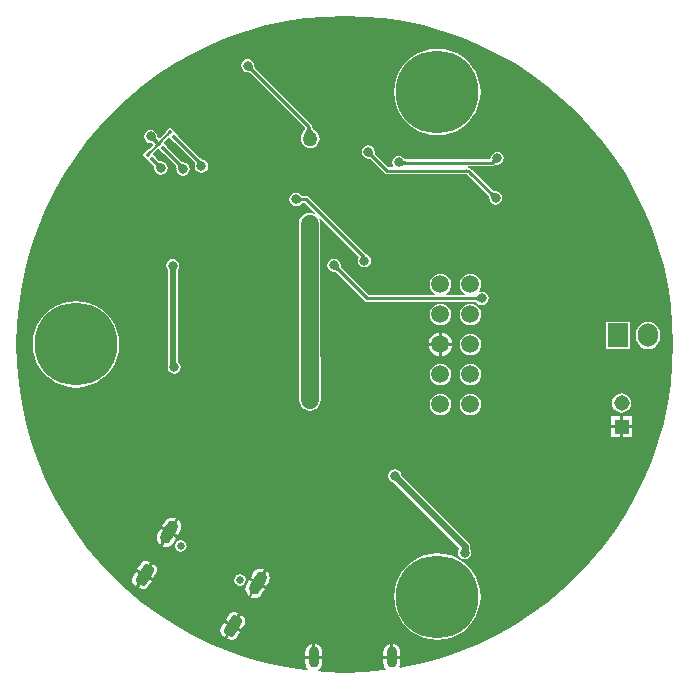
<source format=gbl>
G04*
G04 #@! TF.GenerationSoftware,Altium Limited,Altium Designer,25.1.2 (22)*
G04*
G04 Layer_Physical_Order=2*
G04 Layer_Color=16711680*
%FSLAX44Y44*%
%MOMM*%
G71*
G04*
G04 #@! TF.SameCoordinates,4DC4BC11-A5A9-46D6-A818-46A4CD50810F*
G04*
G04*
G04 #@! TF.FilePolarity,Positive*
G04*
G01*
G75*
%ADD10C,0.3000*%
%ADD11C,0.2000*%
%ADD71C,0.2500*%
%ADD76C,0.6000*%
%ADD77C,0.5000*%
%ADD85O,0.9000X1.8000*%
%ADD86C,0.6500*%
G04:AMPARAMS|DCode=87|XSize=2.1mm|YSize=1mm|CornerRadius=0mm|HoleSize=0mm|Usage=FLASHONLY|Rotation=60.000|XOffset=0mm|YOffset=0mm|HoleType=Round|Shape=Round|*
%AMOVALD87*
21,1,1.1000,1.0000,0.0000,0.0000,60.0*
1,1,1.0000,-0.2750,-0.4763*
1,1,1.0000,0.2750,0.4763*
%
%ADD87OVALD87*%

G04:AMPARAMS|DCode=88|XSize=1.8mm|YSize=1mm|CornerRadius=0.25mm|HoleSize=0mm|Usage=FLASHONLY|Rotation=60.000|XOffset=0mm|YOffset=0mm|HoleType=Round|Shape=RoundedRectangle|*
%AMROUNDEDRECTD88*
21,1,1.8000,0.5000,0,0,60.0*
21,1,1.3000,1.0000,0,0,60.0*
1,1,0.5000,0.5415,0.4379*
1,1,0.5000,-0.1085,-0.6879*
1,1,0.5000,-0.5415,-0.4379*
1,1,0.5000,0.1085,0.6879*
%
%ADD88ROUNDEDRECTD88*%
%ADD89C,7.0000*%
%ADD90O,1.7000X2.0000*%
%ADD91R,1.7000X2.0000*%
%ADD92C,1.3080*%
%ADD93R,1.3080X1.3080*%
%ADD94C,1.5000*%
%ADD95C,0.8000*%
%ADD96C,1.2700*%
G04:AMPARAMS|DCode=97|XSize=0.25mm|YSize=0.35mm|CornerRadius=0mm|HoleSize=0mm|Usage=FLASHONLY|Rotation=315.000|XOffset=0mm|YOffset=0mm|HoleType=Round|Shape=Rectangle|*
%AMROTATEDRECTD97*
4,1,4,-0.2121,-0.0354,0.0354,0.2121,0.2121,0.0354,-0.0354,-0.2121,-0.2121,-0.0354,0.0*
%
%ADD97ROTATEDRECTD97*%

%ADD98C,1.5000*%
G36*
X296784Y557469D02*
X313506Y555949D01*
X330107Y553423D01*
X346524Y549898D01*
X362699Y545389D01*
X378572Y539912D01*
X394085Y533486D01*
X409182Y526135D01*
X423807Y517887D01*
X437908Y508770D01*
X451433Y498818D01*
X464332Y488068D01*
X476559Y476559D01*
X488068Y464332D01*
X498818Y451433D01*
X508770Y437908D01*
X517887Y423807D01*
X526135Y409182D01*
X533486Y394085D01*
X539912Y378572D01*
X545389Y362699D01*
X549898Y346524D01*
X553423Y330107D01*
X555949Y313506D01*
X557469Y296784D01*
X557971Y280172D01*
X557936Y280000D01*
X557971Y279828D01*
X557469Y263216D01*
X555949Y246494D01*
X553423Y229893D01*
X549898Y213476D01*
X545389Y197301D01*
X539912Y181428D01*
X533486Y165915D01*
X526135Y150818D01*
X517887Y136193D01*
X508770Y122092D01*
X498818Y108567D01*
X488068Y95668D01*
X476559Y83441D01*
X464332Y71932D01*
X451433Y61182D01*
X437908Y51230D01*
X423807Y42113D01*
X409182Y33865D01*
X394085Y26514D01*
X378572Y20088D01*
X362699Y14611D01*
X346524Y10102D01*
X330107Y6578D01*
X326686Y6057D01*
X326041Y7243D01*
X326629Y8662D01*
X326871Y10500D01*
Y13730D01*
X319770D01*
X312669D01*
Y10500D01*
X312911Y8662D01*
X313621Y6950D01*
X314749Y5479D01*
X314811Y5431D01*
X314495Y4201D01*
X313506Y4051D01*
X296784Y2531D01*
X280172Y2029D01*
X280000Y2064D01*
X279828Y2029D01*
X263216Y2531D01*
X257501Y3051D01*
X257304Y4344D01*
X257320Y4351D01*
X258791Y5479D01*
X259919Y6950D01*
X260629Y8662D01*
X260871Y10500D01*
Y13730D01*
X253770D01*
X246669D01*
Y10500D01*
X246911Y8662D01*
X247621Y6950D01*
X248749Y5479D01*
X249278Y5073D01*
X248797Y3842D01*
X246494Y4051D01*
X229893Y6578D01*
X213476Y10102D01*
X197301Y14611D01*
X181428Y20088D01*
X165915Y26514D01*
X150818Y33865D01*
X136193Y42113D01*
X122092Y51230D01*
X108567Y61182D01*
X95668Y71932D01*
X83441Y83441D01*
X71932Y95668D01*
X61182Y108567D01*
X51230Y122092D01*
X42113Y136193D01*
X33865Y150818D01*
X26514Y165915D01*
X20088Y181428D01*
X14611Y197301D01*
X10102Y213476D01*
X6578Y229893D01*
X4051Y246494D01*
X2531Y263216D01*
X2029Y279828D01*
X2064Y280000D01*
X2029Y280172D01*
X2531Y296784D01*
X4051Y313506D01*
X6578Y330107D01*
X10102Y346524D01*
X14611Y362699D01*
X20088Y378572D01*
X26514Y394085D01*
X33865Y409182D01*
X42113Y423807D01*
X51230Y437908D01*
X61182Y451433D01*
X71932Y464332D01*
X83441Y476559D01*
X95668Y488068D01*
X108567Y498818D01*
X122092Y508770D01*
X136193Y517887D01*
X150818Y526135D01*
X165915Y533486D01*
X181428Y539912D01*
X197301Y545389D01*
X213476Y549898D01*
X229893Y553423D01*
X246494Y555949D01*
X263216Y557469D01*
X279828Y557971D01*
X280000Y557936D01*
X280172Y557971D01*
X296784Y557469D01*
D02*
G37*
%LPC*%
G36*
X358374Y530211D02*
X352643Y529760D01*
X347053Y528418D01*
X341741Y526217D01*
X336839Y523214D01*
X332468Y519480D01*
X328734Y515108D01*
X325730Y510207D01*
X323530Y504895D01*
X322188Y499305D01*
X321737Y493574D01*
X322188Y487842D01*
X323530Y482252D01*
X325730Y476941D01*
X328734Y472039D01*
X332468Y467668D01*
X336839Y463934D01*
X341741Y460930D01*
X347053Y458730D01*
X352643Y457388D01*
X358374Y456937D01*
X364105Y457388D01*
X369696Y458730D01*
X375007Y460930D01*
X379909Y463934D01*
X384280Y467668D01*
X388014Y472039D01*
X391018Y476941D01*
X393218Y482252D01*
X394560Y487842D01*
X395011Y493574D01*
X394560Y499305D01*
X393218Y504895D01*
X391018Y510207D01*
X388014Y515108D01*
X384280Y519480D01*
X379909Y523214D01*
X375007Y526217D01*
X369696Y528418D01*
X364105Y529760D01*
X358374Y530211D01*
D02*
G37*
G36*
X132207Y463599D02*
X128941Y460332D01*
X128930Y460331D01*
X128907Y460299D01*
X128836Y460228D01*
X128612Y460135D01*
X128520Y459911D01*
X128314Y459705D01*
X128295Y459688D01*
X127577Y458969D01*
X126846Y457953D01*
X123459Y454567D01*
X123282Y454497D01*
X123141Y454452D01*
X122785Y454413D01*
X122448Y454451D01*
X121652Y454839D01*
X121618Y454910D01*
X121544Y455106D01*
X121487Y455305D01*
X121446Y455513D01*
X121422Y455729D01*
X121414Y456022D01*
X121381Y456095D01*
X120969Y458169D01*
X119748Y459997D01*
X117920Y461218D01*
X115765Y461646D01*
X113610Y461218D01*
X111783Y459997D01*
X110562Y458169D01*
X110133Y456014D01*
X110562Y453859D01*
X111783Y452032D01*
X113610Y450811D01*
X115684Y450398D01*
X115757Y450365D01*
X116050Y450357D01*
X116267Y450333D01*
X116474Y450292D01*
X116673Y450235D01*
X116869Y450161D01*
X117064Y450068D01*
X117076Y450061D01*
X117218Y449929D01*
X117291Y449775D01*
X117422Y449037D01*
X117413Y448813D01*
X117298Y448414D01*
X117291Y448402D01*
X117280Y448388D01*
X114525Y445633D01*
X113510Y444902D01*
X112790Y444184D01*
X112770Y444161D01*
X112567Y443959D01*
X112344Y443866D01*
X112251Y443643D01*
X112181Y443573D01*
X112148Y443549D01*
X112147Y443538D01*
X108880Y440271D01*
X115372Y433780D01*
X115373Y433773D01*
X115390Y433761D01*
X115433Y433718D01*
X115526Y433495D01*
X115749Y433402D01*
X116692Y432459D01*
X116692Y432459D01*
X117507Y431926D01*
X117562Y431904D01*
X117750Y431784D01*
X117802Y431733D01*
X117858Y431577D01*
X118054Y431364D01*
X118185Y431194D01*
X118299Y431015D01*
X118399Y430822D01*
X118485Y430614D01*
X118558Y430387D01*
X118616Y430139D01*
X118659Y429867D01*
X118684Y429570D01*
X118692Y429199D01*
X118721Y429134D01*
X119138Y427038D01*
X120358Y425210D01*
X122186Y423989D01*
X124341Y423561D01*
X126496Y423989D01*
X128324Y425210D01*
X129545Y427038D01*
X129973Y429193D01*
X129545Y431348D01*
X128324Y433175D01*
X126496Y434396D01*
X124400Y434813D01*
X124335Y434842D01*
X123964Y434850D01*
X123667Y434875D01*
X123395Y434918D01*
X123147Y434976D01*
X122920Y435049D01*
X122711Y435135D01*
X122519Y435235D01*
X122340Y435349D01*
X122170Y435480D01*
X121957Y435676D01*
X121801Y435732D01*
X121749Y435785D01*
X121121Y436889D01*
X121322Y437090D01*
X120379Y438032D01*
X120287Y438256D01*
X120126Y438322D01*
X120029Y438466D01*
X119926Y438486D01*
X117351Y441060D01*
X117429Y441147D01*
X117665Y441387D01*
X117739Y441568D01*
X121137Y444966D01*
X121163Y444986D01*
X122718Y445131D01*
X124596Y443253D01*
X124602Y443203D01*
X124785Y443059D01*
X124874Y442843D01*
X125098Y442751D01*
X126041Y441808D01*
X126110Y441878D01*
X127219Y441260D01*
X136791Y431688D01*
X136807Y431611D01*
X136908Y431545D01*
X136949Y431432D01*
X137146Y431216D01*
X137264Y431058D01*
X137357Y430902D01*
X137431Y430745D01*
X137487Y430579D01*
X137528Y430402D01*
X137552Y430206D01*
X137558Y429988D01*
X137543Y429744D01*
X137494Y429412D01*
X137564Y429133D01*
X137425Y428437D01*
X137854Y426282D01*
X139075Y424454D01*
X140902Y423233D01*
X143058Y422805D01*
X145213Y423233D01*
X147040Y424454D01*
X148261Y426282D01*
X148690Y428437D01*
X148261Y430592D01*
X147040Y432420D01*
X145213Y433640D01*
X144316Y433819D01*
X144060Y433996D01*
X143274Y434164D01*
X142984Y434250D01*
X142699Y434352D01*
X142437Y434464D01*
X142197Y434585D01*
X141979Y434713D01*
X141780Y434850D01*
X141598Y434995D01*
X141387Y435191D01*
X141230Y435249D01*
X131161Y445318D01*
X131097Y445482D01*
X130507Y446096D01*
X130425Y446193D01*
X130671Y446438D01*
X129728Y447381D01*
X129635Y447604D01*
X129420Y447694D01*
X129275Y447877D01*
X129226Y447883D01*
X126700Y450409D01*
X126777Y450496D01*
X127014Y450735D01*
X127088Y450917D01*
X130519Y454348D01*
X132066Y454479D01*
X133944Y452601D01*
X133950Y452552D01*
X134133Y452407D01*
X134223Y452192D01*
X134446Y452099D01*
X135389Y451156D01*
X135459Y451226D01*
X136567Y450608D01*
X152805Y434371D01*
X152860Y434217D01*
X153059Y433999D01*
X153169Y433850D01*
X153250Y433712D01*
X153306Y433584D01*
X153343Y433458D01*
X153365Y433327D01*
X153371Y433181D01*
X153360Y433014D01*
X153325Y432820D01*
X153243Y432527D01*
X153278Y432237D01*
X152997Y430826D01*
X153426Y428671D01*
X154647Y426843D01*
X156474Y425622D01*
X158629Y425194D01*
X160784Y425622D01*
X162612Y426843D01*
X163833Y428671D01*
X164261Y430826D01*
X163833Y432981D01*
X162612Y434809D01*
X160784Y436029D01*
X160464Y436093D01*
X160321Y436216D01*
X159937Y436342D01*
X159233Y436616D01*
X158966Y436740D01*
X158399Y437052D01*
X158184Y437192D01*
X157974Y437346D01*
X157786Y437502D01*
X157578Y437697D01*
X157418Y437757D01*
X140509Y454666D01*
X140445Y454830D01*
X139856Y455445D01*
X139774Y455541D01*
X140019Y455786D01*
X139076Y456729D01*
X138984Y456953D01*
X138768Y457042D01*
X138624Y457225D01*
X138574Y457231D01*
X136096Y459709D01*
X132207Y463599D01*
D02*
G37*
G36*
X197819Y521543D02*
X195664Y521114D01*
X193836Y519893D01*
X192616Y518066D01*
X192187Y515911D01*
X192616Y513755D01*
X193836Y511928D01*
X195664Y510707D01*
X197760Y510290D01*
X197825Y510261D01*
X198197Y510254D01*
X198493Y510228D01*
X198765Y510186D01*
X199014Y510127D01*
X199240Y510055D01*
X199449Y509968D01*
X199641Y509868D01*
X199820Y509754D01*
X199990Y509624D01*
X200203Y509428D01*
X200359Y509371D01*
X246466Y463264D01*
X246463Y463248D01*
X246368Y462893D01*
X245990Y461887D01*
X245747Y461360D01*
X244592Y459277D01*
X244106Y458502D01*
X244072Y458300D01*
X243971Y458168D01*
X243178Y456253D01*
X242907Y454197D01*
X243178Y452141D01*
X243971Y450226D01*
X245233Y448581D01*
X246878Y447319D01*
X248793Y446526D01*
X250849Y446255D01*
X252904Y446526D01*
X254820Y447319D01*
X256465Y448581D01*
X257727Y450226D01*
X258520Y452141D01*
X258791Y454197D01*
X258520Y456253D01*
X257727Y458168D01*
X256465Y459813D01*
X255229Y460761D01*
X255072Y460991D01*
X254451Y461395D01*
X253945Y461771D01*
X253516Y462139D01*
X253162Y462495D01*
X252881Y462835D01*
X252668Y463157D01*
X252515Y463458D01*
X252413Y463743D01*
X252355Y464019D01*
X252328Y464411D01*
X252275Y464519D01*
X252297Y464637D01*
X252151Y464850D01*
X252046Y465379D01*
X251433Y466297D01*
X251432Y466297D01*
X204359Y513371D01*
X204302Y513526D01*
X204106Y513740D01*
X203976Y513909D01*
X203861Y514089D01*
X203761Y514281D01*
X203675Y514489D01*
X203602Y514716D01*
X203544Y514964D01*
X203501Y515236D01*
X203476Y515533D01*
X203468Y515905D01*
X203440Y515970D01*
X203022Y518066D01*
X201802Y519893D01*
X199974Y521114D01*
X197819Y521543D01*
D02*
G37*
G36*
X299886Y448468D02*
X297731Y448040D01*
X295903Y446819D01*
X294682Y444991D01*
X294254Y442836D01*
X294682Y440681D01*
X295903Y438853D01*
X297731Y437633D01*
X299826Y437216D01*
X299892Y437187D01*
X300263Y437179D01*
X300560Y437154D01*
X300832Y437111D01*
X301080Y437053D01*
X301307Y436980D01*
X301516Y436894D01*
X301707Y436794D01*
X301887Y436679D01*
X302056Y436549D01*
X302270Y436353D01*
X302425Y436296D01*
X313804Y424918D01*
X314721Y424305D01*
X315804Y424090D01*
X382988D01*
X383199Y424002D01*
X401279Y406381D01*
X401338Y406226D01*
X401536Y406015D01*
X401669Y405847D01*
X401786Y405669D01*
X401888Y405479D01*
X401977Y405271D01*
X402053Y405045D01*
X402114Y404798D01*
X402160Y404526D01*
X402189Y404230D01*
X402202Y403859D01*
X402255Y403742D01*
X402647Y401770D01*
X403868Y399943D01*
X405695Y398722D01*
X407851Y398293D01*
X410006Y398722D01*
X411833Y399943D01*
X413054Y401770D01*
X413483Y403925D01*
X413054Y406081D01*
X411833Y407908D01*
X410006Y409129D01*
X407851Y409557D01*
X407823Y409552D01*
X407772Y409574D01*
X407400Y409577D01*
X407104Y409598D01*
X406831Y409637D01*
X406582Y409693D01*
X406354Y409762D01*
X406145Y409846D01*
X405951Y409944D01*
X405770Y410056D01*
X405599Y410184D01*
X405383Y410377D01*
X405227Y410432D01*
X387871Y427347D01*
X386987Y428260D01*
X386987Y428260D01*
X385301Y429386D01*
X384437Y429558D01*
X384562Y430828D01*
X404956D01*
X406038Y431043D01*
X406650Y431452D01*
X406979Y431580D01*
X407184Y431776D01*
X407342Y431912D01*
X407473Y432011D01*
X407572Y432076D01*
X407610Y432096D01*
X407697Y432052D01*
X407829Y432096D01*
X409170Y431829D01*
X411325Y432258D01*
X413153Y433479D01*
X414374Y435306D01*
X414802Y437461D01*
X414374Y439617D01*
X413153Y441444D01*
X411325Y442665D01*
X409170Y443094D01*
X407015Y442665D01*
X405187Y441444D01*
X403967Y439617D01*
X403538Y437461D01*
X402543Y436519D01*
X402407Y436485D01*
X332284D01*
X332154Y436551D01*
X332126Y436542D01*
X332100Y436554D01*
X331809Y436567D01*
X331605Y436595D01*
X331410Y436641D01*
X331221Y436704D01*
X331034Y436788D01*
X330846Y436894D01*
X330654Y437025D01*
X330458Y437185D01*
X330259Y437375D01*
X330019Y437640D01*
X329874Y437708D01*
X329726Y437931D01*
X327898Y439152D01*
X325743Y439581D01*
X323588Y439152D01*
X321760Y437931D01*
X320540Y436104D01*
X320111Y433948D01*
X320540Y431793D01*
X321058Y431017D01*
X320379Y429747D01*
X316975D01*
X306425Y440296D01*
X306369Y440451D01*
X306173Y440665D01*
X306042Y440835D01*
X305928Y441014D01*
X305828Y441206D01*
X305742Y441415D01*
X305669Y441641D01*
X305611Y441890D01*
X305568Y442162D01*
X305543Y442458D01*
X305535Y442830D01*
X305506Y442895D01*
X305089Y444991D01*
X303869Y446819D01*
X302041Y448040D01*
X299886Y448468D01*
D02*
G37*
G36*
X238812Y408205D02*
X236657Y407776D01*
X234830Y406556D01*
X233608Y404728D01*
X233180Y402573D01*
X233608Y400418D01*
X234830Y398590D01*
X236657Y397369D01*
X238812Y396941D01*
X240967Y397369D01*
X242745Y398557D01*
X242811Y398583D01*
X243079Y398840D01*
X243307Y399032D01*
X243529Y399194D01*
X243746Y399328D01*
X243958Y399437D01*
X244166Y399524D01*
X244373Y399589D01*
X244580Y399635D01*
X244793Y399663D01*
X245082Y399675D01*
X245232Y399745D01*
X246316D01*
X254542Y391519D01*
X253822Y390442D01*
X252641Y390931D01*
X250285Y391242D01*
X247929Y390931D01*
X245734Y390022D01*
X243849Y388576D01*
X242403Y386691D01*
X241493Y384495D01*
X241183Y382140D01*
Y268755D01*
X241476Y266534D01*
Y232854D01*
X241786Y230499D01*
X242695Y228303D01*
X244142Y226418D01*
X246027Y224972D01*
X248222Y224062D01*
X250578Y223752D01*
X252933Y224062D01*
X255128Y224972D01*
X257014Y226418D01*
X258460Y228303D01*
X259369Y230499D01*
X259680Y232854D01*
Y268462D01*
X259387Y270683D01*
Y382140D01*
X259077Y384495D01*
X258588Y385677D01*
X259664Y386396D01*
X291325Y354736D01*
X291380Y354582D01*
X291582Y354361D01*
X291688Y354217D01*
X291756Y354099D01*
X291796Y354004D01*
X291816Y353926D01*
X291824Y353854D01*
X291821Y353774D01*
X291803Y353671D01*
X291762Y353539D01*
X291655Y353296D01*
X291652Y353162D01*
X291530Y352980D01*
X291101Y350825D01*
X291530Y348669D01*
X292751Y346842D01*
X294578Y345621D01*
X296733Y345193D01*
X298889Y345621D01*
X300716Y346842D01*
X301937Y348669D01*
X302365Y350825D01*
X301937Y352980D01*
X300716Y354807D01*
X299271Y355773D01*
X299119Y355945D01*
X298438Y356280D01*
X297860Y356610D01*
X297330Y356963D01*
X297119Y357121D01*
X296664Y357505D01*
X296457Y357703D01*
X296293Y357767D01*
X296103Y357957D01*
X296096Y357965D01*
X296095Y357966D01*
X249487Y404573D01*
X248570Y405186D01*
X247487Y405401D01*
X245232D01*
X245082Y405471D01*
X244793Y405484D01*
X244580Y405511D01*
X244373Y405557D01*
X244166Y405622D01*
X243958Y405709D01*
X243746Y405818D01*
X243529Y405952D01*
X243307Y406114D01*
X243079Y406306D01*
X242811Y406563D01*
X242745Y406589D01*
X240967Y407776D01*
X238812Y408205D01*
D02*
G37*
G36*
X270886Y352453D02*
X268731Y352024D01*
X266904Y350804D01*
X265683Y348976D01*
X265254Y346821D01*
X265683Y344666D01*
X266904Y342838D01*
X268731Y341618D01*
X270827Y341200D01*
X270892Y341172D01*
X271264Y341164D01*
X271561Y341139D01*
X271833Y341096D01*
X272081Y341038D01*
X272308Y340965D01*
X272516Y340879D01*
X272708Y340779D01*
X272888Y340664D01*
X273057Y340534D01*
X273271Y340338D01*
X273426Y340281D01*
X296959Y316748D01*
X296960Y316748D01*
X297877Y316135D01*
X298960Y315920D01*
X389676D01*
X389826Y315850D01*
X390116Y315837D01*
X390328Y315810D01*
X390535Y315764D01*
X390742Y315698D01*
X390950Y315612D01*
X391162Y315503D01*
X391379Y315369D01*
X391601Y315207D01*
X391829Y315015D01*
X392097Y314758D01*
X392164Y314732D01*
X393941Y313544D01*
X396096Y313116D01*
X398251Y313544D01*
X400079Y314765D01*
X401300Y316593D01*
X401728Y318748D01*
X401300Y320903D01*
X400079Y322730D01*
X398251Y323951D01*
X396096Y324380D01*
X394235Y324010D01*
X393529Y324832D01*
X393429Y325046D01*
X394352Y326249D01*
X395262Y328444D01*
X395572Y330800D01*
X395262Y333156D01*
X394352Y335351D01*
X392906Y337236D01*
X391021Y338682D01*
X388826Y339592D01*
X386470Y339902D01*
X384114Y339592D01*
X381919Y338682D01*
X380034Y337236D01*
X378588Y335351D01*
X377678Y333156D01*
X377368Y330800D01*
X377678Y328444D01*
X378588Y326249D01*
X380034Y324364D01*
X381919Y322918D01*
X382091Y322846D01*
X381839Y321576D01*
X365701D01*
X365449Y322846D01*
X365621Y322918D01*
X367506Y324364D01*
X368952Y326249D01*
X369862Y328444D01*
X370172Y330800D01*
X369862Y333156D01*
X368952Y335351D01*
X367506Y337236D01*
X365621Y338682D01*
X363426Y339592D01*
X361070Y339902D01*
X358714Y339592D01*
X356519Y338682D01*
X354634Y337236D01*
X353188Y335351D01*
X352278Y333156D01*
X351968Y330800D01*
X352278Y328444D01*
X353188Y326249D01*
X354634Y324364D01*
X356519Y322918D01*
X356691Y322846D01*
X356439Y321576D01*
X300131D01*
X277426Y344281D01*
X277369Y344436D01*
X277173Y344650D01*
X277043Y344820D01*
X276929Y344999D01*
X276829Y345191D01*
X276742Y345400D01*
X276670Y345627D01*
X276611Y345875D01*
X276569Y346147D01*
X276543Y346443D01*
X276535Y346815D01*
X276507Y346880D01*
X276090Y348976D01*
X274869Y350804D01*
X273042Y352024D01*
X270886Y352453D01*
D02*
G37*
G36*
X386470Y314502D02*
X384114Y314192D01*
X381919Y313282D01*
X380034Y311836D01*
X378588Y309951D01*
X377678Y307756D01*
X377368Y305400D01*
X377678Y303044D01*
X378588Y300849D01*
X380034Y298964D01*
X381919Y297518D01*
X384114Y296608D01*
X386470Y296298D01*
X388826Y296608D01*
X391021Y297518D01*
X392906Y298964D01*
X394352Y300849D01*
X395262Y303044D01*
X395572Y305400D01*
X395262Y307756D01*
X394352Y309951D01*
X392906Y311836D01*
X391021Y313282D01*
X388826Y314192D01*
X386470Y314502D01*
D02*
G37*
G36*
X361070D02*
X358714Y314192D01*
X356519Y313282D01*
X354634Y311836D01*
X353188Y309951D01*
X352278Y307756D01*
X351968Y305400D01*
X352278Y303044D01*
X353188Y300849D01*
X354634Y298964D01*
X356519Y297518D01*
X358714Y296608D01*
X361070Y296298D01*
X363426Y296608D01*
X365621Y297518D01*
X367506Y298964D01*
X368952Y300849D01*
X369862Y303044D01*
X370172Y305400D01*
X369862Y307756D01*
X368952Y309951D01*
X367506Y311836D01*
X365621Y313282D01*
X363426Y314192D01*
X361070Y314502D01*
D02*
G37*
G36*
X362340Y289959D02*
Y281270D01*
X371029D01*
X370852Y282621D01*
X369840Y285063D01*
X368231Y287161D01*
X366133Y288770D01*
X363691Y289782D01*
X362340Y289959D01*
D02*
G37*
G36*
X359800D02*
X358449Y289782D01*
X356007Y288770D01*
X353909Y287161D01*
X352300Y285063D01*
X351288Y282621D01*
X351111Y281270D01*
X359800D01*
Y289959D01*
D02*
G37*
G36*
X521410Y299004D02*
X501362D01*
Y275956D01*
X521410D01*
Y299004D01*
D02*
G37*
G36*
X536786Y299090D02*
X534170Y298746D01*
X531731Y297736D01*
X529637Y296129D01*
X528030Y294035D01*
X527020Y291597D01*
X526676Y288980D01*
Y285980D01*
X527020Y283363D01*
X528030Y280925D01*
X529637Y278831D01*
X531731Y277224D01*
X534170Y276214D01*
X536786Y275870D01*
X539403Y276214D01*
X541842Y277224D01*
X543936Y278831D01*
X545542Y280925D01*
X546552Y283363D01*
X546897Y285980D01*
Y288980D01*
X546552Y291597D01*
X545542Y294035D01*
X543936Y296129D01*
X541842Y297736D01*
X539403Y298746D01*
X536786Y299090D01*
D02*
G37*
G36*
X386470Y289102D02*
X384114Y288792D01*
X381919Y287882D01*
X380034Y286436D01*
X378588Y284551D01*
X377678Y282356D01*
X377368Y280000D01*
X377678Y277644D01*
X378588Y275449D01*
X380034Y273564D01*
X381919Y272118D01*
X384114Y271208D01*
X386470Y270898D01*
X388826Y271208D01*
X391021Y272118D01*
X392906Y273564D01*
X394352Y275449D01*
X395262Y277644D01*
X395572Y280000D01*
X395262Y282356D01*
X394352Y284551D01*
X392906Y286436D01*
X391021Y287882D01*
X388826Y288792D01*
X386470Y289102D01*
D02*
G37*
G36*
X371029Y278730D02*
X362340D01*
Y270041D01*
X363691Y270218D01*
X366133Y271230D01*
X368231Y272839D01*
X369840Y274937D01*
X370852Y277379D01*
X371029Y278730D01*
D02*
G37*
G36*
X359800D02*
X351111D01*
X351288Y277379D01*
X352300Y274937D01*
X353909Y272839D01*
X356007Y271230D01*
X358449Y270218D01*
X359800Y270041D01*
Y278730D01*
D02*
G37*
G36*
X134312Y352274D02*
X132156Y351845D01*
X130329Y350624D01*
X129108Y348797D01*
X128679Y346641D01*
X129108Y344486D01*
X130048Y343080D01*
X130048Y343078D01*
X130048Y343065D01*
X130057Y343044D01*
X130064Y343009D01*
X130159Y341515D01*
X130162Y341108D01*
X130209Y340997D01*
Y266767D01*
X130162Y266649D01*
X130177Y266614D01*
X130165Y266579D01*
X130209Y265858D01*
Y262724D01*
X130355Y261987D01*
X130065Y260526D01*
X130494Y258371D01*
X131715Y256544D01*
X133542Y255323D01*
X135697Y254894D01*
X137853Y255323D01*
X139680Y256544D01*
X140901Y258371D01*
X141329Y260526D01*
X140901Y262682D01*
X139680Y264509D01*
X138564Y265255D01*
X138560Y265272D01*
X138535Y265417D01*
X138466Y266386D01*
X138461Y266787D01*
X138459Y266792D01*
X138461Y266797D01*
X138414Y266904D01*
Y340978D01*
X138461Y341083D01*
X138487Y342273D01*
X138528Y342797D01*
X138548Y342952D01*
X138566Y343044D01*
X138575Y343065D01*
X138575Y343078D01*
X138576Y343080D01*
X139515Y344486D01*
X139944Y346641D01*
X139515Y348797D01*
X138294Y350624D01*
X136467Y351845D01*
X134312Y352274D01*
D02*
G37*
G36*
X386470Y263702D02*
X384114Y263392D01*
X381919Y262482D01*
X380034Y261036D01*
X378588Y259151D01*
X377678Y256956D01*
X377368Y254600D01*
X377678Y252244D01*
X378588Y250049D01*
X380034Y248164D01*
X381919Y246718D01*
X384114Y245808D01*
X386470Y245498D01*
X388826Y245808D01*
X391021Y246718D01*
X392906Y248164D01*
X394352Y250049D01*
X395262Y252244D01*
X395572Y254600D01*
X395262Y256956D01*
X394352Y259151D01*
X392906Y261036D01*
X391021Y262482D01*
X388826Y263392D01*
X386470Y263702D01*
D02*
G37*
G36*
X361070D02*
X358714Y263392D01*
X356519Y262482D01*
X354634Y261036D01*
X353188Y259151D01*
X352278Y256956D01*
X351968Y254600D01*
X352278Y252244D01*
X353188Y250049D01*
X354634Y248164D01*
X356519Y246718D01*
X358714Y245808D01*
X361070Y245498D01*
X363426Y245808D01*
X365621Y246718D01*
X367506Y248164D01*
X368952Y250049D01*
X369862Y252244D01*
X370172Y254600D01*
X369862Y256956D01*
X368952Y259151D01*
X367506Y261036D01*
X365621Y262482D01*
X363426Y263392D01*
X361070Y263702D01*
D02*
G37*
G36*
X52500Y316637D02*
X46769Y316186D01*
X41179Y314844D01*
X35867Y312644D01*
X30965Y309640D01*
X26594Y305906D01*
X22860Y301535D01*
X19856Y296633D01*
X17656Y291321D01*
X16314Y285731D01*
X15863Y280000D01*
X16314Y274269D01*
X17656Y268679D01*
X19856Y263367D01*
X22860Y258465D01*
X26594Y254094D01*
X30965Y250360D01*
X35867Y247356D01*
X41179Y245156D01*
X46769Y243814D01*
X52500Y243363D01*
X58231Y243814D01*
X63821Y245156D01*
X69133Y247356D01*
X74035Y250360D01*
X78406Y254094D01*
X82140Y258465D01*
X85144Y263367D01*
X87344Y268679D01*
X88686Y274269D01*
X89137Y280000D01*
X88686Y285731D01*
X87344Y291321D01*
X85144Y296633D01*
X82140Y301535D01*
X78406Y305906D01*
X74035Y309640D01*
X69133Y312644D01*
X63821Y314844D01*
X58231Y316186D01*
X52500Y316637D01*
D02*
G37*
G36*
X514474Y238371D02*
X512369Y238094D01*
X510408Y237281D01*
X508723Y235989D01*
X507430Y234304D01*
X506618Y232342D01*
X506341Y230237D01*
X506618Y228132D01*
X507430Y226170D01*
X508723Y224486D01*
X510408Y223193D01*
X512369Y222381D01*
X514474Y222104D01*
X516580Y222381D01*
X518541Y223193D01*
X520226Y224486D01*
X521518Y226170D01*
X522331Y228132D01*
X522608Y230237D01*
X522331Y232342D01*
X521518Y234304D01*
X520226Y235989D01*
X518541Y237281D01*
X516580Y238094D01*
X514474Y238371D01*
D02*
G37*
G36*
X386470Y238302D02*
X384114Y237992D01*
X381919Y237082D01*
X380034Y235636D01*
X378588Y233751D01*
X377678Y231556D01*
X377368Y229200D01*
X377678Y226844D01*
X378588Y224649D01*
X380034Y222764D01*
X381919Y221318D01*
X384114Y220408D01*
X386470Y220098D01*
X388826Y220408D01*
X391021Y221318D01*
X392906Y222764D01*
X394352Y224649D01*
X395262Y226844D01*
X395572Y229200D01*
X395262Y231556D01*
X394352Y233751D01*
X392906Y235636D01*
X391021Y237082D01*
X388826Y237992D01*
X386470Y238302D01*
D02*
G37*
G36*
X361070D02*
X358714Y237992D01*
X356519Y237082D01*
X354634Y235636D01*
X353188Y233751D01*
X352278Y231556D01*
X351968Y229200D01*
X352278Y226844D01*
X353188Y224649D01*
X354634Y222764D01*
X356519Y221318D01*
X358714Y220408D01*
X361070Y220098D01*
X363426Y220408D01*
X365621Y221318D01*
X367506Y222764D01*
X368952Y224649D01*
X369862Y226844D01*
X370172Y229200D01*
X369862Y231556D01*
X368952Y233751D01*
X367506Y235636D01*
X365621Y237082D01*
X363426Y237992D01*
X361070Y238302D01*
D02*
G37*
G36*
X523554Y219317D02*
X515744D01*
Y211507D01*
X523554D01*
Y219317D01*
D02*
G37*
G36*
X513204D02*
X505394D01*
Y211507D01*
X513204D01*
Y219317D01*
D02*
G37*
G36*
X523554Y208967D02*
X515744D01*
Y201157D01*
X523554D01*
Y208967D01*
D02*
G37*
G36*
X513204D02*
X505394D01*
Y201157D01*
X513204D01*
Y208967D01*
D02*
G37*
G36*
X134126Y133188D02*
X132158Y132929D01*
X130323Y132169D01*
X128748Y130961D01*
X127540Y129385D01*
X125425Y125722D01*
X130911Y122555D01*
X136745Y132659D01*
X136094Y132929D01*
X134126Y133188D01*
D02*
G37*
G36*
X138945Y131389D02*
X133111Y121285D01*
X138597Y118117D01*
X140712Y121781D01*
X141472Y123615D01*
X141731Y125583D01*
X141472Y127551D01*
X140712Y129385D01*
X139503Y130961D01*
X138945Y131389D01*
D02*
G37*
G36*
X124155Y123523D02*
X122040Y119859D01*
X121280Y118025D01*
X121021Y116057D01*
X121280Y114088D01*
X122040Y112254D01*
X123248Y110679D01*
X123807Y110250D01*
X129641Y120355D01*
X124155Y123523D01*
D02*
G37*
G36*
X131841Y119085D02*
X126007Y108980D01*
X126658Y108711D01*
X128626Y108452D01*
X130594Y108711D01*
X132428Y109471D01*
X134003Y110679D01*
X135212Y112254D01*
X137327Y115918D01*
X131841Y119085D01*
D02*
G37*
G36*
X141260Y114203D02*
X140666Y114085D01*
X140000Y114042D01*
X139698Y113893D01*
X139399Y113833D01*
X138895Y113497D01*
X138297Y113202D01*
X138075Y112948D01*
X137821Y112779D01*
X137485Y112275D01*
X137045Y111774D01*
X136937Y111455D01*
X136767Y111201D01*
X136649Y110607D01*
X136434Y109975D01*
X136456Y109639D01*
X136397Y109340D01*
X136515Y108746D01*
X136558Y108080D01*
X136707Y107778D01*
X136767Y107479D01*
X137103Y106975D01*
X137398Y106377D01*
X137651Y106155D01*
X137821Y105901D01*
X138324Y105564D01*
X138826Y105124D01*
X139145Y105016D01*
X139399Y104847D01*
X139993Y104728D01*
X140625Y104514D01*
X140961Y104536D01*
X141260Y104476D01*
X141854Y104594D01*
X142520Y104638D01*
X142822Y104787D01*
X143121Y104847D01*
X143625Y105183D01*
X144223Y105478D01*
X144445Y105731D01*
X144699Y105901D01*
X145035Y106404D01*
X145476Y106906D01*
X145584Y107225D01*
X145753Y107479D01*
X145871Y108073D01*
X146086Y108705D01*
X146064Y109040D01*
X146124Y109340D01*
X146005Y109934D01*
X145962Y110600D01*
X145813Y110901D01*
X145753Y111201D01*
X145417Y111705D01*
X145122Y112303D01*
X144869Y112525D01*
X144699Y112779D01*
X144196Y113115D01*
X143694Y113555D01*
X143375Y113663D01*
X143121Y113833D01*
X142527Y113951D01*
X141895Y114166D01*
X141560Y114144D01*
X141260Y114203D01*
D02*
G37*
G36*
X322397Y174116D02*
X320242Y173687D01*
X318415Y172466D01*
X317194Y170639D01*
X316765Y168484D01*
X317194Y166328D01*
X318415Y164501D01*
X320242Y163280D01*
X321285Y163072D01*
X376863Y107495D01*
Y106444D01*
X376272Y105560D01*
X375843Y103404D01*
X376272Y101249D01*
X377493Y99422D01*
X379320Y98201D01*
X381475Y97772D01*
X383631Y98201D01*
X385458Y99422D01*
X386679Y101249D01*
X387108Y103404D01*
X386679Y105560D01*
X386088Y106444D01*
Y109405D01*
X385737Y111171D01*
X384737Y112667D01*
X327808Y169596D01*
X327601Y170639D01*
X326380Y172466D01*
X324553Y173687D01*
X322397Y174116D01*
D02*
G37*
G36*
X112232Y96594D02*
X110231Y96463D01*
X108433Y95576D01*
X107111Y94068D01*
X104496Y89539D01*
X110011Y86355D01*
X115195Y95334D01*
X114130Y95949D01*
X112232Y96594D01*
D02*
G37*
G36*
X117395Y94064D02*
X112211Y85085D01*
X117726Y81901D01*
X120341Y86430D01*
X120986Y88328D01*
X120855Y90329D01*
X119968Y92127D01*
X118460Y93449D01*
X117395Y94064D01*
D02*
G37*
G36*
X208951Y89988D02*
X206982Y89729D01*
X205148Y88969D01*
X203573Y87760D01*
X202364Y86186D01*
X200249Y82522D01*
X205736Y79355D01*
X211570Y89459D01*
X210919Y89729D01*
X208951Y89988D01*
D02*
G37*
G36*
X191316Y85303D02*
X190722Y85185D01*
X190056Y85141D01*
X189755Y84993D01*
X189455Y84933D01*
X188952Y84597D01*
X188353Y84301D01*
X188131Y84048D01*
X187877Y83879D01*
X187541Y83375D01*
X187101Y82873D01*
X186993Y82555D01*
X186823Y82301D01*
X186705Y81707D01*
X186490Y81075D01*
X186513Y80739D01*
X186453Y80440D01*
X186571Y79846D01*
X186615Y79180D01*
X186763Y78878D01*
X186823Y78579D01*
X187160Y78075D01*
X187455Y77477D01*
X187708Y77255D01*
X187877Y77001D01*
X188381Y76664D01*
X188883Y76224D01*
X189201Y76116D01*
X189455Y75946D01*
X190049Y75828D01*
X190681Y75614D01*
X191017Y75636D01*
X191316Y75576D01*
X191910Y75694D01*
X192576Y75738D01*
X192878Y75887D01*
X193178Y75946D01*
X193681Y76283D01*
X194279Y76578D01*
X194501Y76831D01*
X194755Y77001D01*
X195092Y77504D01*
X195532Y78006D01*
X195640Y78325D01*
X195810Y78579D01*
X195928Y79172D01*
X196142Y79804D01*
X196120Y80140D01*
X196180Y80440D01*
X196062Y81034D01*
X196018Y81699D01*
X195869Y82001D01*
X195810Y82301D01*
X195473Y82804D01*
X195178Y83403D01*
X194925Y83625D01*
X194755Y83879D01*
X194252Y84215D01*
X193750Y84655D01*
X193431Y84763D01*
X193178Y84933D01*
X192584Y85051D01*
X191952Y85266D01*
X191616Y85244D01*
X191316Y85303D01*
D02*
G37*
G36*
X103226Y87339D02*
X100611Y82810D01*
X99966Y80912D01*
X100097Y78911D01*
X100984Y77112D01*
X102492Y75791D01*
X103557Y75175D01*
X108741Y84155D01*
X103226Y87339D01*
D02*
G37*
G36*
X213769Y88189D02*
X207935Y78085D01*
X213422Y74917D01*
X215537Y78580D01*
X216296Y80415D01*
X216556Y82383D01*
X216296Y84351D01*
X215537Y86186D01*
X214328Y87760D01*
X213769Y88189D01*
D02*
G37*
G36*
X110941Y82885D02*
X105756Y73906D01*
X106822Y73291D01*
X108720Y72646D01*
X110721Y72777D01*
X112519Y73664D01*
X113841Y75171D01*
X116456Y79701D01*
X110941Y82885D01*
D02*
G37*
G36*
X198979Y80323D02*
X196864Y76659D01*
X196105Y74825D01*
X195845Y72857D01*
X196105Y70888D01*
X196864Y69054D01*
X198073Y67479D01*
X198632Y67050D01*
X204466Y77155D01*
X198979Y80323D01*
D02*
G37*
G36*
X206665Y75885D02*
X200831Y65780D01*
X201482Y65511D01*
X203451Y65252D01*
X205419Y65511D01*
X207253Y66270D01*
X208828Y67479D01*
X210037Y69054D01*
X212152Y72717D01*
X206665Y75885D01*
D02*
G37*
G36*
X187056Y53394D02*
X185055Y53263D01*
X183257Y52376D01*
X181935Y50869D01*
X179320Y46339D01*
X184836Y43155D01*
X190020Y52134D01*
X188955Y52749D01*
X187056Y53394D01*
D02*
G37*
G36*
X192220Y50864D02*
X187035Y41885D01*
X192551Y38700D01*
X195166Y43230D01*
X195810Y45128D01*
X195679Y47129D01*
X194792Y48927D01*
X193285Y50249D01*
X192220Y50864D01*
D02*
G37*
G36*
X178050Y44139D02*
X175435Y39610D01*
X174791Y37712D01*
X174922Y35711D01*
X175809Y33913D01*
X177316Y32591D01*
X178381Y31976D01*
X183566Y40955D01*
X178050Y44139D01*
D02*
G37*
G36*
X358370Y103063D02*
X352639Y102612D01*
X347049Y101270D01*
X341737Y99070D01*
X336835Y96066D01*
X332464Y92332D01*
X328730Y87961D01*
X325726Y83059D01*
X323526Y77748D01*
X322184Y72158D01*
X321733Y66426D01*
X322184Y60695D01*
X323526Y55105D01*
X325726Y49793D01*
X328730Y44892D01*
X332464Y40520D01*
X336835Y36786D01*
X341737Y33782D01*
X347049Y31582D01*
X352639Y30240D01*
X358370Y29789D01*
X364101Y30240D01*
X369691Y31582D01*
X375003Y33782D01*
X379905Y36786D01*
X384276Y40520D01*
X388010Y44892D01*
X391014Y49793D01*
X393214Y55105D01*
X394556Y60695D01*
X395007Y66426D01*
X394556Y72158D01*
X393214Y77748D01*
X391014Y83059D01*
X388010Y87961D01*
X384276Y92332D01*
X379905Y96066D01*
X375003Y99070D01*
X369691Y101270D01*
X364101Y102612D01*
X358370Y103063D01*
D02*
G37*
G36*
X185765Y39685D02*
X180581Y30706D01*
X181646Y30091D01*
X183545Y29446D01*
X185546Y29577D01*
X187344Y30464D01*
X188666Y31971D01*
X191281Y36501D01*
X185765Y39685D01*
D02*
G37*
G36*
X321040Y26434D02*
Y16270D01*
X326871D01*
Y19500D01*
X326629Y21338D01*
X325919Y23050D01*
X324791Y24521D01*
X323320Y25649D01*
X321608Y26359D01*
X321040Y26434D01*
D02*
G37*
G36*
X255040D02*
Y16270D01*
X260871D01*
Y19500D01*
X260629Y21338D01*
X259919Y23050D01*
X258791Y24521D01*
X257320Y25649D01*
X255608Y26359D01*
X255040Y26434D01*
D02*
G37*
G36*
X318500D02*
X317932Y26359D01*
X316220Y25649D01*
X314749Y24521D01*
X313621Y23050D01*
X312911Y21338D01*
X312669Y19500D01*
Y16270D01*
X318500D01*
Y26434D01*
D02*
G37*
G36*
X252500D02*
X251932Y26359D01*
X250220Y25649D01*
X248749Y24521D01*
X247621Y23050D01*
X246911Y21338D01*
X246669Y19500D01*
Y16270D01*
X252500D01*
Y26434D01*
D02*
G37*
%LPD*%
G36*
X131500Y457247D02*
X131457Y457262D01*
X131388Y457246D01*
X131294Y457198D01*
X131175Y457119D01*
X131031Y457009D01*
X130667Y456694D01*
X129932Y455987D01*
X128518Y457401D01*
X128785Y457671D01*
X129651Y458644D01*
X129730Y458763D01*
X129778Y458857D01*
X129794Y458925D01*
X129779Y458968D01*
X131500Y457247D01*
D02*
G37*
G36*
X125841Y451895D02*
X125573Y451624D01*
X124708Y450652D01*
X124629Y450533D01*
X124581Y450439D01*
X124565Y450370D01*
X124580Y450327D01*
X122859Y452048D01*
X122902Y452033D01*
X122971Y452049D01*
X123064Y452097D01*
X123183Y452176D01*
X123327Y452287D01*
X123691Y452602D01*
X124426Y453309D01*
X125841Y451895D01*
D02*
G37*
G36*
X137772Y455706D02*
X137769Y455597D01*
X137808Y455459D01*
X137889Y455292D01*
X138012Y455097D01*
X138176Y454873D01*
X138632Y454338D01*
X139255Y453689D01*
X137487Y451921D01*
X137148Y452253D01*
X136079Y453164D01*
X135883Y453287D01*
X135717Y453368D01*
X135579Y453406D01*
X135470Y453403D01*
X135389Y453358D01*
X137817Y455786D01*
X137772Y455706D01*
D02*
G37*
G36*
X119775Y455614D02*
X119814Y455263D01*
X119881Y454920D01*
X119977Y454585D01*
X120101Y454259D01*
X120253Y453942D01*
X120433Y453633D01*
X120642Y453332D01*
X120879Y453040D01*
X121145Y452756D01*
X119024Y450634D01*
X118740Y450900D01*
X118447Y451137D01*
X118147Y451346D01*
X117837Y451526D01*
X117520Y451678D01*
X117194Y451802D01*
X116859Y451898D01*
X116516Y451965D01*
X116165Y452004D01*
X115805Y452014D01*
X119765Y455974D01*
X119775Y455614D01*
D02*
G37*
G36*
X122152Y447899D02*
X122108Y447914D01*
X122040Y447898D01*
X121946Y447850D01*
X121827Y447771D01*
X121683Y447660D01*
X121319Y447346D01*
X120584Y446638D01*
X119170Y448052D01*
X119437Y448323D01*
X120302Y449296D01*
X120381Y449414D01*
X120429Y449508D01*
X120445Y449577D01*
X120430Y449620D01*
X122152Y447899D01*
D02*
G37*
G36*
X116492Y442546D02*
X116225Y442276D01*
X115359Y441303D01*
X115280Y441184D01*
X115233Y441090D01*
X115216Y441022D01*
X115231Y440979D01*
X113510Y442700D01*
X113554Y442685D01*
X113622Y442701D01*
X113716Y442749D01*
X113835Y442828D01*
X113979Y442938D01*
X114343Y443253D01*
X115078Y443960D01*
X116492Y442546D01*
D02*
G37*
G36*
X128424Y446357D02*
X128421Y446248D01*
X128460Y446110D01*
X128540Y445944D01*
X128663Y445748D01*
X128828Y445524D01*
X129283Y444990D01*
X129906Y444340D01*
X128139Y442572D01*
X127800Y442905D01*
X126730Y443815D01*
X126535Y443938D01*
X126368Y444019D01*
X126230Y444058D01*
X126121Y444055D01*
X126041Y444010D01*
X128469Y446438D01*
X128424Y446357D01*
D02*
G37*
G36*
X119052Y436986D02*
X119028Y436855D01*
X119048Y436699D01*
X119113Y436516D01*
X119222Y436307D01*
X119375Y436072D01*
X119573Y435810D01*
X120103Y435208D01*
X120434Y434868D01*
X118666Y433100D01*
X118328Y433434D01*
X117107Y434510D01*
X116957Y434608D01*
X116837Y434665D01*
X116749Y434683D01*
X116692Y434661D01*
X119121Y437090D01*
X119052Y436986D01*
D02*
G37*
G36*
X156694Y436264D02*
X156959Y436045D01*
X157244Y435836D01*
X157549Y435636D01*
X158221Y435267D01*
X158587Y435098D01*
X159380Y434788D01*
X159808Y434648D01*
X154831Y432080D01*
X154935Y432451D01*
X154999Y432811D01*
X155024Y433161D01*
X155008Y433501D01*
X154953Y433831D01*
X154858Y434150D01*
X154723Y434460D01*
X154549Y434759D01*
X154334Y435048D01*
X154080Y435328D01*
X156449Y436494D01*
X156694Y436264D01*
D02*
G37*
G36*
X121108Y434216D02*
X121392Y433997D01*
X121694Y433805D01*
X122014Y433639D01*
X122351Y433499D01*
X122706Y433385D01*
X123078Y433298D01*
X123468Y433236D01*
X123876Y433201D01*
X124301Y433193D01*
X120341Y429233D01*
X120333Y429658D01*
X120297Y430066D01*
X120236Y430456D01*
X120149Y430828D01*
X120035Y431183D01*
X119895Y431520D01*
X119729Y431840D01*
X119537Y432142D01*
X119318Y432426D01*
X119073Y432693D01*
X120841Y434460D01*
X121108Y434216D01*
D02*
G37*
G36*
X140521Y433744D02*
X140797Y433524D01*
X141092Y433321D01*
X141407Y433135D01*
X141742Y432967D01*
X142097Y432816D01*
X142471Y432682D01*
X142866Y432565D01*
X143714Y432383D01*
X139126Y429172D01*
X139185Y429572D01*
X139209Y429958D01*
X139199Y430329D01*
X139155Y430687D01*
X139076Y431031D01*
X138963Y431362D01*
X138816Y431678D01*
X138634Y431980D01*
X138418Y432269D01*
X138168Y432543D01*
X140265Y433981D01*
X140521Y433744D01*
D02*
G37*
G36*
X201828Y515445D02*
X201863Y515038D01*
X201924Y514648D01*
X202011Y514275D01*
X202125Y513920D01*
X202265Y513583D01*
X202431Y513264D01*
X202623Y512962D01*
X202842Y512677D01*
X203087Y512411D01*
X201319Y510643D01*
X201052Y510888D01*
X200768Y511106D01*
X200466Y511299D01*
X200146Y511465D01*
X199809Y511605D01*
X199454Y511718D01*
X199082Y511806D01*
X198692Y511867D01*
X198284Y511902D01*
X197859Y511911D01*
X201819Y515871D01*
X201828Y515445D01*
D02*
G37*
G36*
X250718Y463792D02*
X250822Y463294D01*
X250997Y462805D01*
X251241Y462324D01*
X251555Y461851D01*
X251938Y461386D01*
X252392Y460930D01*
X252915Y460481D01*
X253508Y460041D01*
X254170Y459609D01*
X245504Y457626D01*
X246013Y458439D01*
X247218Y460613D01*
X247513Y461249D01*
X247942Y462390D01*
X248076Y462894D01*
X248156Y463354D01*
X248183Y463770D01*
X250683Y464297D01*
X250718Y463792D01*
D02*
G37*
G36*
X303894Y442371D02*
X303929Y441963D01*
X303991Y441573D01*
X304078Y441201D01*
X304192Y440846D01*
X304332Y440509D01*
X304498Y440189D01*
X304690Y439887D01*
X304909Y439603D01*
X305154Y439336D01*
X303386Y437568D01*
X303119Y437813D01*
X302835Y438032D01*
X302533Y438224D01*
X302213Y438390D01*
X301876Y438530D01*
X301521Y438644D01*
X301149Y438731D01*
X300759Y438792D01*
X300351Y438828D01*
X299926Y438836D01*
X303886Y442796D01*
X303894Y442371D01*
D02*
G37*
G36*
X407816Y433698D02*
X407657Y433738D01*
X407490Y433750D01*
X407313Y433731D01*
X407129Y433683D01*
X406935Y433605D01*
X406733Y433498D01*
X406523Y433361D01*
X406304Y433194D01*
X406076Y432998D01*
X405840Y432772D01*
X404072Y434540D01*
X404324Y434802D01*
X404740Y435293D01*
X404903Y435522D01*
X405036Y435741D01*
X405138Y435947D01*
X405211Y436143D01*
X405254Y436328D01*
X405267Y436502D01*
X405250Y436665D01*
X407816Y433698D01*
D02*
G37*
G36*
X329076Y436223D02*
X329366Y435947D01*
X329665Y435703D01*
X329974Y435492D01*
X330292Y435313D01*
X330620Y435166D01*
X330957Y435053D01*
X331304Y434971D01*
X331661Y434922D01*
X332027Y434906D01*
X331834Y432406D01*
X331477Y432392D01*
X331123Y432348D01*
X330772Y432275D01*
X330423Y432173D01*
X330077Y432042D01*
X329734Y431881D01*
X329393Y431691D01*
X329055Y431473D01*
X328720Y431224D01*
X328387Y430947D01*
X328797Y436532D01*
X329076Y436223D01*
D02*
G37*
G36*
X404553Y408906D02*
X404840Y408691D01*
X405145Y408503D01*
X405466Y408341D01*
X405805Y408205D01*
X406161Y408096D01*
X406535Y408013D01*
X406926Y407957D01*
X407334Y407928D01*
X407759Y407924D01*
X403851Y403914D01*
X403836Y404339D01*
X403796Y404746D01*
X403730Y405135D01*
X403638Y405507D01*
X403520Y405860D01*
X403375Y406195D01*
X403205Y406513D01*
X403009Y406812D01*
X402787Y407094D01*
X402538Y407357D01*
X404283Y409148D01*
X404553Y408906D01*
D02*
G37*
G36*
X241975Y405079D02*
X242288Y404815D01*
X242608Y404582D01*
X242933Y404381D01*
X243264Y404211D01*
X243601Y404071D01*
X243945Y403963D01*
X244294Y403885D01*
X244650Y403839D01*
X245012Y403823D01*
Y401323D01*
X244650Y401307D01*
X244294Y401261D01*
X243945Y401184D01*
X243601Y401075D01*
X243264Y400936D01*
X242933Y400765D01*
X242608Y400564D01*
X242288Y400331D01*
X241975Y400067D01*
X241669Y399773D01*
Y405373D01*
X241975Y405079D01*
D02*
G37*
G36*
X295560Y356278D02*
X296091Y355830D01*
X296378Y355615D01*
X296993Y355206D01*
X297664Y354822D01*
X298392Y354465D01*
X293164Y352630D01*
X293309Y352959D01*
X293410Y353284D01*
X293465Y353603D01*
X293476Y353917D01*
X293442Y354226D01*
X293363Y354529D01*
X293239Y354828D01*
X293071Y355122D01*
X292857Y355410D01*
X292599Y355694D01*
X295316Y356512D01*
X295560Y356278D01*
D02*
G37*
G36*
X274895Y346356D02*
X274930Y345948D01*
X274991Y345558D01*
X275079Y345186D01*
X275192Y344831D01*
X275332Y344494D01*
X275498Y344174D01*
X275691Y343872D01*
X275909Y343588D01*
X276154Y343321D01*
X274386Y341553D01*
X274120Y341798D01*
X273835Y342017D01*
X273533Y342209D01*
X273214Y342375D01*
X272877Y342515D01*
X272522Y342629D01*
X272149Y342716D01*
X271759Y342777D01*
X271352Y342812D01*
X270926Y342821D01*
X274886Y346781D01*
X274895Y346356D01*
D02*
G37*
G36*
X393239Y315948D02*
X392933Y316242D01*
X392620Y316506D01*
X392300Y316738D01*
X391975Y316940D01*
X391644Y317110D01*
X391307Y317250D01*
X390963Y317358D01*
X390614Y317436D01*
X390258Y317482D01*
X389896Y317498D01*
Y319998D01*
X390258Y320013D01*
X390614Y320060D01*
X390963Y320137D01*
X391307Y320246D01*
X391644Y320385D01*
X391975Y320556D01*
X392300Y320757D01*
X392620Y320990D01*
X392933Y321253D01*
X393239Y321548D01*
Y315948D01*
D02*
G37*
G36*
X137055Y343705D02*
X137004Y343584D01*
X136959Y343421D01*
X136920Y343217D01*
X136887Y342971D01*
X136839Y342355D01*
X136812Y341119D01*
X131812D01*
X131809Y341572D01*
X131704Y343217D01*
X131665Y343421D01*
X131620Y343584D01*
X131569Y343705D01*
X131512Y343785D01*
X137112D01*
X137055Y343705D01*
D02*
G37*
G36*
X136817Y266318D02*
X136895Y265222D01*
X136942Y264941D01*
X137000Y264703D01*
X137068Y264508D01*
X137146Y264355D01*
X137235Y264244D01*
X137334Y264176D01*
X132081Y262236D01*
X131812Y266679D01*
X136812Y266768D01*
X136817Y266318D01*
D02*
G37*
D10*
X115765Y456014D02*
X121806Y449973D01*
D11*
X113157Y440625D02*
X131854Y459322D01*
X113157Y440625D02*
Y440625D01*
D71*
X384988Y426208D02*
G03*
X383243Y426918I-1745J-1790D01*
G01*
X325063Y433656D02*
X404956D01*
X383243Y426918D02*
X383243Y426918D01*
X384988Y426208D02*
X407851Y403925D01*
X117046Y436488D02*
Y436736D01*
Y436488D02*
X124341Y429193D01*
X126394Y446084D02*
X143058Y429421D01*
Y428437D02*
Y429421D01*
X135743Y455433D02*
X158629Y432546D01*
Y430826D02*
Y432546D01*
X238812Y402573D02*
X247487D01*
X296159Y353901D01*
X298960Y318748D02*
X396096D01*
X270886Y346821D02*
X298960Y318748D01*
X299886Y442836D02*
X315804Y426918D01*
X383243D01*
X299886Y442836D02*
Y442836D01*
X404956Y433656D02*
X408761Y437461D01*
X409170D01*
X249433Y455613D02*
Y464297D01*
X197819Y515911D02*
X249433Y464297D01*
Y455613D02*
X250849Y454197D01*
D76*
X381475Y103404D02*
Y109405D01*
X322397Y168484D02*
X381475Y109405D01*
D77*
X134312Y262724D02*
X135697Y261338D01*
X134312Y262724D02*
Y346641D01*
X135697Y260526D02*
Y261338D01*
D85*
X319770Y15000D02*
D03*
X253770D02*
D03*
D86*
X141260Y109340D02*
D03*
X191316Y80440D02*
D03*
D87*
X206201Y77620D02*
D03*
X131376Y120820D02*
D03*
D88*
X185301Y41420D02*
D03*
X110476Y84620D02*
D03*
D89*
X52500Y280000D02*
D03*
X358370Y66426D02*
D03*
X358374Y493574D02*
D03*
D90*
X536786Y287480D02*
D03*
D91*
X511386D02*
D03*
D92*
X514474Y230237D02*
D03*
D93*
Y210237D02*
D03*
D94*
X361070Y254600D02*
D03*
Y229200D02*
D03*
X386470D02*
D03*
Y254600D02*
D03*
Y280000D02*
D03*
X361070D02*
D03*
Y305400D02*
D03*
X386470D02*
D03*
Y330800D02*
D03*
X361070D02*
D03*
D95*
X326988Y546170D02*
D03*
X259974Y500237D02*
D03*
X279974D02*
D03*
X403192Y465989D02*
D03*
X295975Y496238D02*
D03*
X309974Y480237D02*
D03*
X378986Y454081D02*
D03*
X381475Y103404D02*
D03*
X374599Y266843D02*
D03*
X374162Y291715D02*
D03*
X374455Y241211D02*
D03*
X333722Y241936D02*
D03*
X287863Y219679D02*
D03*
X207782Y221931D02*
D03*
X396096Y318748D02*
D03*
X221941Y509243D02*
D03*
X149168Y485376D02*
D03*
X197819Y515911D02*
D03*
X407851Y403925D02*
D03*
X409170Y437461D02*
D03*
X168544Y473820D02*
D03*
X207222Y538406D02*
D03*
X64254Y424088D02*
D03*
X105470Y282446D02*
D03*
X225801Y290279D02*
D03*
X325507Y451978D02*
D03*
X211368Y342186D02*
D03*
X202627Y183528D02*
D03*
X321845Y155580D02*
D03*
X407683Y43289D02*
D03*
X263753Y431296D02*
D03*
X287979Y379079D02*
D03*
X319987Y379455D02*
D03*
X242476Y546908D02*
D03*
X283431Y547429D02*
D03*
X134312Y346641D02*
D03*
X238812Y402573D02*
D03*
X299886Y442836D02*
D03*
X135697Y260526D02*
D03*
X197073Y301953D02*
D03*
X124341Y429193D02*
D03*
X143058Y428437D02*
D03*
X158629Y430826D02*
D03*
X115765Y456014D02*
D03*
X158233Y239925D02*
D03*
X271472Y366313D02*
D03*
X296733Y350825D02*
D03*
X322397Y168484D02*
D03*
X270886Y346821D02*
D03*
X519974Y180237D02*
D03*
X129974Y360237D02*
D03*
X389974Y40237D02*
D03*
X209974Y520237D02*
D03*
X449974Y480237D02*
D03*
X419974Y140237D02*
D03*
X269974Y480237D02*
D03*
X479974Y460237D02*
D03*
X459974Y140237D02*
D03*
X479974Y380237D02*
D03*
X439974Y100237D02*
D03*
X79974Y220237D02*
D03*
X29974Y240237D02*
D03*
X189974Y440237D02*
D03*
X49974Y360237D02*
D03*
X139974Y60237D02*
D03*
X419974Y460237D02*
D03*
X489974Y120237D02*
D03*
X109974Y400237D02*
D03*
X499974Y180237D02*
D03*
X249974Y160237D02*
D03*
X69974Y120237D02*
D03*
X99974Y100237D02*
D03*
X179974Y60237D02*
D03*
X479974Y300237D02*
D03*
X109974Y120237D02*
D03*
X159974Y60237D02*
D03*
X499974Y380237D02*
D03*
X199974D02*
D03*
X269974Y280237D02*
D03*
X469974Y120237D02*
D03*
X199974Y420237D02*
D03*
X109974Y360237D02*
D03*
X229974Y440237D02*
D03*
X39974Y180237D02*
D03*
X459974Y380237D02*
D03*
X469974Y440237D02*
D03*
X99974Y220237D02*
D03*
X199974Y260237D02*
D03*
X539974Y340237D02*
D03*
X469974Y400237D02*
D03*
X249974Y480237D02*
D03*
X49974Y200237D02*
D03*
X69974Y360237D02*
D03*
X459974Y300237D02*
D03*
X69974Y400237D02*
D03*
X79974Y380237D02*
D03*
X189974Y360237D02*
D03*
X219974Y540237D02*
D03*
X489974Y160237D02*
D03*
Y400237D02*
D03*
Y360237D02*
D03*
X119974Y220237D02*
D03*
X509974Y400237D02*
D03*
X479974Y340237D02*
D03*
X69974Y240237D02*
D03*
X149974Y80237D02*
D03*
X289974Y480237D02*
D03*
X449974Y80237D02*
D03*
X499974Y340237D02*
D03*
X459974Y460237D02*
D03*
X39974Y220237D02*
D03*
X69974Y320237D02*
D03*
X419974Y380237D02*
D03*
X119974Y100237D02*
D03*
X469974Y160237D02*
D03*
X99974Y420237D02*
D03*
X429974Y120237D02*
D03*
X469974Y360237D02*
D03*
X509974Y160237D02*
D03*
X529974Y360237D02*
D03*
X39974Y380237D02*
D03*
X309974Y80237D02*
D03*
X49974Y400237D02*
D03*
X59974Y180237D02*
D03*
X219974Y420237D02*
D03*
X59974Y340237D02*
D03*
X469974Y320237D02*
D03*
X309974Y280237D02*
D03*
X459974Y420237D02*
D03*
X499974Y140237D02*
D03*
X519974Y380237D02*
D03*
X389974Y360237D02*
D03*
X99974Y380237D02*
D03*
X509974Y360237D02*
D03*
X439974Y140237D02*
D03*
X89974Y400237D02*
D03*
Y360237D02*
D03*
X499974Y420237D02*
D03*
X79974D02*
D03*
X419974D02*
D03*
X219974Y380237D02*
D03*
X209974Y440237D02*
D03*
X229974Y520237D02*
D03*
X119974Y380237D02*
D03*
X209974Y360237D02*
D03*
X89974Y120237D02*
D03*
X79974Y340237D02*
D03*
X49974Y160237D02*
D03*
X289974Y280237D02*
D03*
X479974Y420237D02*
D03*
X179974Y380237D02*
D03*
X299974Y60237D02*
D03*
X69974Y200237D02*
D03*
X59974Y220237D02*
D03*
X139974D02*
D03*
X459974Y340237D02*
D03*
X169974Y360237D02*
D03*
X229974Y160237D02*
D03*
X219974Y460237D02*
D03*
X79974D02*
D03*
X459974Y100237D02*
D03*
X449974Y120237D02*
D03*
X479974Y100237D02*
D03*
X489974Y320237D02*
D03*
X59974Y380237D02*
D03*
X29974Y320237D02*
D03*
X489974Y440237D02*
D03*
X39974Y340237D02*
D03*
X339974Y20237D02*
D03*
X479974Y140237D02*
D03*
X259974Y177041D02*
D03*
X325743Y433948D02*
D03*
D96*
X250578Y232854D02*
D03*
X250285Y382140D02*
D03*
X250849Y454197D02*
D03*
D97*
X113157Y440625D02*
D03*
X117046Y436736D02*
D03*
X122505Y449973D02*
D03*
X126394Y446084D02*
D03*
X131854Y459322D02*
D03*
X135743Y455433D02*
D03*
D98*
X250285Y268755D02*
X250578Y268462D01*
Y232854D02*
Y268462D01*
X250285Y268755D02*
Y382140D01*
M02*

</source>
